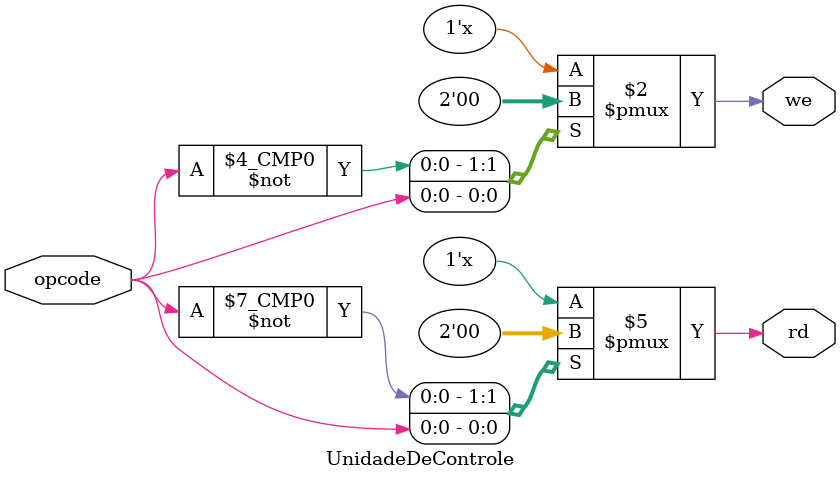
<source format=v>
module UnidadeDeControle(opcode,rd,we);

input opcode;
output reg rd,we;
// fazer enable para o buffer de saida
always @(opcode)
begin
rd = 1'b0;
we = 1'b0;

	case(opcode)
		4'b0000:		//saida 0
			begin
				rd = 1'b0;
				we = 1'b0;
			end
		4'b0001:		//soma
			begin
				rd = 1'b0;
				we = 1'b0;

			end
		4'b0010:		//subtrai
			begin
				rd = 1'b0;
				we = 1'b0;
			end
		4'b0011:		//multiplicaçao
			begin
				rd = 1'b0;
				we = 1'b0;
			end
		4'b0100:		//divisao
			begin
				rd = 1'b0;
				we = 1'b0;
			end
		4'b0101:		//and
			begin
				rd = 1'b0;
				we = 1'b0;
			end
		4'b0110:		//or
			begin
				rd = 1'b0;
				we = 1'b0;
			end
		4'b0111:		//not
			begin
				rd = 1'b0;
				we = 1'b0;
			end
		4'b1000:		//xor
			begin
				rd = 1'b0;
				we = 1'b0;
			end
		4'b1001:		//xnor
			begin
				rd = 1'b0;		
				we = 1'b0;
			end
		4'b1010:		// Armazena o conteudo de a na saida da ULA
			begin
				rd = 1'b0;
				we = 1'b1; 
			end
		4'b1011:		// Armazena o conteudo de a na saida da ULA
			begin
				rd = 1'b0;
				we = 1'b1;
			end
		default:
			begin
				rd = 1'b0;
				we = 1'b0;
			
			end
	endcase
end 

endmodule 
</source>
